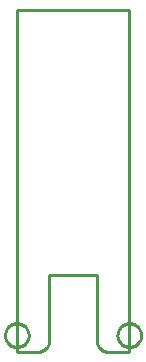
<source format=gbr>
G04 EAGLE Gerber X2 export*
%TF.Part,Single*%
%TF.FileFunction,Profile,NP*%
%TF.FilePolarity,Positive*%
%TF.GenerationSoftware,Autodesk,EAGLE,9.0.1*%
%TF.CreationDate,2018-09-05T19:34:14Z*%
G75*
%MOMM*%
%FSLAX34Y34*%
%LPD*%
%AMOC8*
5,1,8,0,0,1.08239X$1,22.5*%
G01*
%ADD10C,0.254000*%


D10*
X0Y53340D02*
X17500Y53340D01*
X18372Y53378D01*
X19236Y53492D01*
X20088Y53681D01*
X20920Y53943D01*
X21726Y54277D01*
X22500Y54680D01*
X23236Y55148D01*
X23928Y55680D01*
X24571Y56269D01*
X25160Y56912D01*
X25692Y57604D01*
X26160Y58340D01*
X26563Y59114D01*
X26897Y59920D01*
X27159Y60752D01*
X27348Y61604D01*
X27462Y62468D01*
X27500Y63340D01*
X27500Y118110D01*
X67750Y118110D01*
X67539Y63379D01*
X67573Y62508D01*
X67684Y61642D01*
X67869Y60790D01*
X68129Y59957D01*
X68459Y59149D01*
X68859Y58374D01*
X69325Y57636D01*
X69853Y56942D01*
X70440Y56297D01*
X71081Y55705D01*
X71771Y55171D01*
X72505Y54699D01*
X73277Y54294D01*
X74082Y53957D01*
X74913Y53691D01*
X75764Y53499D01*
X76629Y53382D01*
X77500Y53340D01*
X77539Y53340D01*
X95250Y53340D01*
X95250Y342900D01*
X0Y342900D01*
X0Y53340D01*
X10000Y67063D02*
X9924Y66194D01*
X9772Y65334D01*
X9546Y64490D01*
X9248Y63670D01*
X8879Y62878D01*
X8442Y62122D01*
X7941Y61407D01*
X7380Y60738D01*
X6762Y60120D01*
X6093Y59559D01*
X5378Y59058D01*
X4622Y58621D01*
X3830Y58252D01*
X3010Y57954D01*
X2166Y57728D01*
X1307Y57576D01*
X437Y57500D01*
X-437Y57500D01*
X-1307Y57576D01*
X-2166Y57728D01*
X-3010Y57954D01*
X-3830Y58252D01*
X-4622Y58621D01*
X-5378Y59058D01*
X-6093Y59559D01*
X-6762Y60120D01*
X-7380Y60738D01*
X-7941Y61407D01*
X-8442Y62122D01*
X-8879Y62878D01*
X-9248Y63670D01*
X-9546Y64490D01*
X-9772Y65334D01*
X-9924Y66194D01*
X-10000Y67063D01*
X-10000Y67937D01*
X-9924Y68807D01*
X-9772Y69666D01*
X-9546Y70510D01*
X-9248Y71330D01*
X-8879Y72122D01*
X-8442Y72878D01*
X-7941Y73593D01*
X-7380Y74262D01*
X-6762Y74880D01*
X-6093Y75441D01*
X-5378Y75942D01*
X-4622Y76379D01*
X-3830Y76748D01*
X-3010Y77046D01*
X-2166Y77272D01*
X-1307Y77424D01*
X-437Y77500D01*
X437Y77500D01*
X1307Y77424D01*
X2166Y77272D01*
X3010Y77046D01*
X3830Y76748D01*
X4622Y76379D01*
X5378Y75942D01*
X6093Y75441D01*
X6762Y74880D01*
X7380Y74262D01*
X7941Y73593D01*
X8442Y72878D01*
X8879Y72122D01*
X9248Y71330D01*
X9546Y70510D01*
X9772Y69666D01*
X9924Y68807D01*
X10000Y67937D01*
X10000Y67063D01*
X105250Y67063D02*
X105174Y66194D01*
X105022Y65334D01*
X104796Y64490D01*
X104498Y63670D01*
X104129Y62878D01*
X103692Y62122D01*
X103191Y61407D01*
X102630Y60738D01*
X102012Y60120D01*
X101343Y59559D01*
X100628Y59058D01*
X99872Y58621D01*
X99080Y58252D01*
X98260Y57954D01*
X97416Y57728D01*
X96557Y57576D01*
X95687Y57500D01*
X94813Y57500D01*
X93944Y57576D01*
X93084Y57728D01*
X92240Y57954D01*
X91420Y58252D01*
X90628Y58621D01*
X89872Y59058D01*
X89157Y59559D01*
X88488Y60120D01*
X87870Y60738D01*
X87309Y61407D01*
X86808Y62122D01*
X86371Y62878D01*
X86002Y63670D01*
X85704Y64490D01*
X85478Y65334D01*
X85326Y66194D01*
X85250Y67063D01*
X85250Y67937D01*
X85326Y68807D01*
X85478Y69666D01*
X85704Y70510D01*
X86002Y71330D01*
X86371Y72122D01*
X86808Y72878D01*
X87309Y73593D01*
X87870Y74262D01*
X88488Y74880D01*
X89157Y75441D01*
X89872Y75942D01*
X90628Y76379D01*
X91420Y76748D01*
X92240Y77046D01*
X93084Y77272D01*
X93944Y77424D01*
X94813Y77500D01*
X95687Y77500D01*
X96557Y77424D01*
X97416Y77272D01*
X98260Y77046D01*
X99080Y76748D01*
X99872Y76379D01*
X100628Y75942D01*
X101343Y75441D01*
X102012Y74880D01*
X102630Y74262D01*
X103191Y73593D01*
X103692Y72878D01*
X104129Y72122D01*
X104498Y71330D01*
X104796Y70510D01*
X105022Y69666D01*
X105174Y68807D01*
X105250Y67937D01*
X105250Y67063D01*
X10000Y67063D02*
X9924Y66194D01*
X9772Y65334D01*
X9546Y64490D01*
X9248Y63670D01*
X8879Y62878D01*
X8442Y62122D01*
X7941Y61407D01*
X7380Y60738D01*
X6762Y60120D01*
X6093Y59559D01*
X5378Y59058D01*
X4622Y58621D01*
X3830Y58252D01*
X3010Y57954D01*
X2166Y57728D01*
X1307Y57576D01*
X437Y57500D01*
X-437Y57500D01*
X-1307Y57576D01*
X-2166Y57728D01*
X-3010Y57954D01*
X-3830Y58252D01*
X-4622Y58621D01*
X-5378Y59058D01*
X-6093Y59559D01*
X-6762Y60120D01*
X-7380Y60738D01*
X-7941Y61407D01*
X-8442Y62122D01*
X-8879Y62878D01*
X-9248Y63670D01*
X-9546Y64490D01*
X-9772Y65334D01*
X-9924Y66194D01*
X-10000Y67063D01*
X-10000Y67937D01*
X-9924Y68807D01*
X-9772Y69666D01*
X-9546Y70510D01*
X-9248Y71330D01*
X-8879Y72122D01*
X-8442Y72878D01*
X-7941Y73593D01*
X-7380Y74262D01*
X-6762Y74880D01*
X-6093Y75441D01*
X-5378Y75942D01*
X-4622Y76379D01*
X-3830Y76748D01*
X-3010Y77046D01*
X-2166Y77272D01*
X-1307Y77424D01*
X-437Y77500D01*
X437Y77500D01*
X1307Y77424D01*
X2166Y77272D01*
X3010Y77046D01*
X3830Y76748D01*
X4622Y76379D01*
X5378Y75942D01*
X6093Y75441D01*
X6762Y74880D01*
X7380Y74262D01*
X7941Y73593D01*
X8442Y72878D01*
X8879Y72122D01*
X9248Y71330D01*
X9546Y70510D01*
X9772Y69666D01*
X9924Y68807D01*
X10000Y67937D01*
X10000Y67063D01*
X105250Y67063D02*
X105174Y66194D01*
X105022Y65334D01*
X104796Y64490D01*
X104498Y63670D01*
X104129Y62878D01*
X103692Y62122D01*
X103191Y61407D01*
X102630Y60738D01*
X102012Y60120D01*
X101343Y59559D01*
X100628Y59058D01*
X99872Y58621D01*
X99080Y58252D01*
X98260Y57954D01*
X97416Y57728D01*
X96557Y57576D01*
X95687Y57500D01*
X94813Y57500D01*
X93944Y57576D01*
X93084Y57728D01*
X92240Y57954D01*
X91420Y58252D01*
X90628Y58621D01*
X89872Y59058D01*
X89157Y59559D01*
X88488Y60120D01*
X87870Y60738D01*
X87309Y61407D01*
X86808Y62122D01*
X86371Y62878D01*
X86002Y63670D01*
X85704Y64490D01*
X85478Y65334D01*
X85326Y66194D01*
X85250Y67063D01*
X85250Y67937D01*
X85326Y68807D01*
X85478Y69666D01*
X85704Y70510D01*
X86002Y71330D01*
X86371Y72122D01*
X86808Y72878D01*
X87309Y73593D01*
X87870Y74262D01*
X88488Y74880D01*
X89157Y75441D01*
X89872Y75942D01*
X90628Y76379D01*
X91420Y76748D01*
X92240Y77046D01*
X93084Y77272D01*
X93944Y77424D01*
X94813Y77500D01*
X95687Y77500D01*
X96557Y77424D01*
X97416Y77272D01*
X98260Y77046D01*
X99080Y76748D01*
X99872Y76379D01*
X100628Y75942D01*
X101343Y75441D01*
X102012Y74880D01*
X102630Y74262D01*
X103191Y73593D01*
X103692Y72878D01*
X104129Y72122D01*
X104498Y71330D01*
X104796Y70510D01*
X105022Y69666D01*
X105174Y68807D01*
X105250Y67937D01*
X105250Y67063D01*
M02*

</source>
